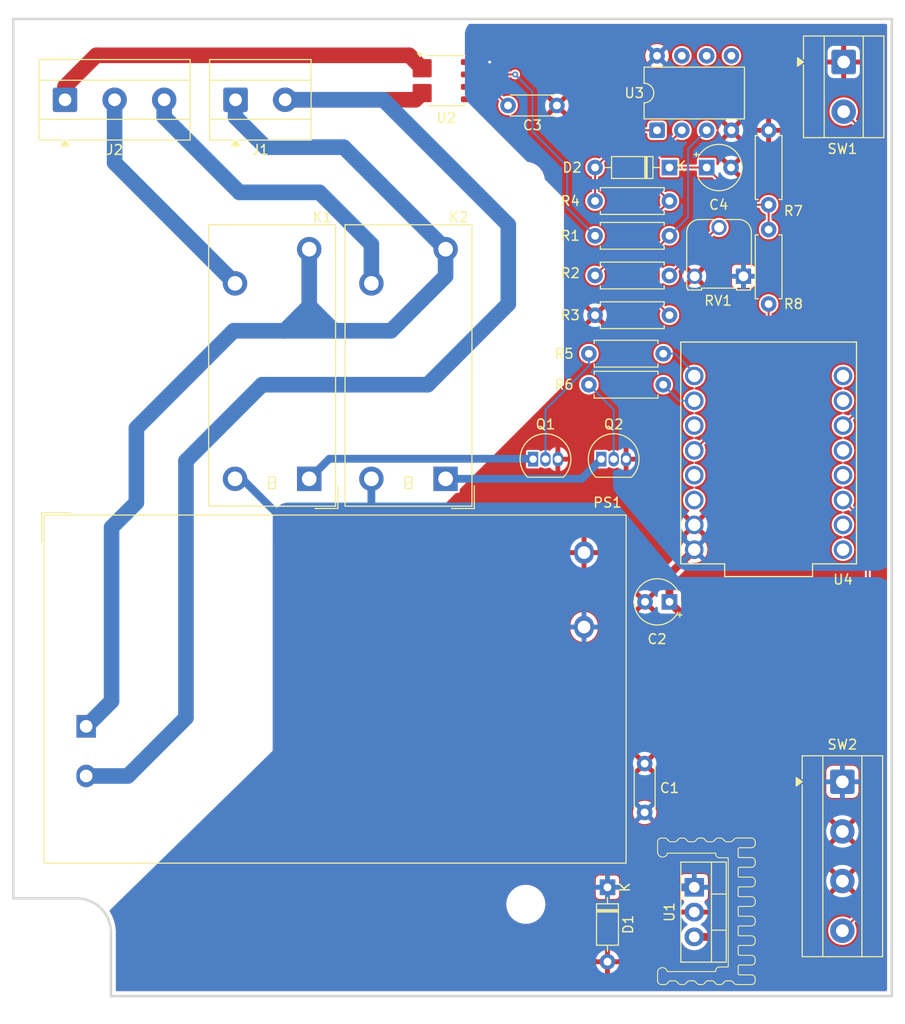
<source format=kicad_pcb>
(kicad_pcb (version 20241229) (generator "pcbnew") (generator_version "9.0")
  (layers (0 "F.Cu" signal) (2 "B.Cu" signal) (13 "F.Paste" user) (15 "B.Paste" user) (5 "F.SilkS" user "F.Silkscreen") (7 "B.SilkS" user "B.Silkscreen") (1 "F.Mask" user) (3 "B.Mask" user) (25 "Edge.Cuts" user))
  (net 0 "")
  (net 1 "GND")
  (net 2 "+12V")
  (net 3 "+5V")
  (net 4 "Net-(D2-K)")
  (net 5 "Net-(D2-A)")
  (net 6 "AC{slash}L")
  (net 7 "AC{slash}N")
  (net 8 "AC{slash}G1")
  (net 9 "Net-(Q1-C)")
  (net 10 "AC{slash}G2")
  (net 11 "Net-(Q2-C)")
  (net 12 "Net-(Q1-B)")
  (net 13 "Net-(Q2-B)")
  (net 14 "Net-(U2-VIOUT)")
  (net 15 "Net-(U3A-+)")
  (net 16 "Net-(R2-Pad2)")
  (net 17 "Net-(U3A--)")
  (net 18 "Net-(U4-GPIO1)")
  (net 19 "Net-(U4-GPIO0)")
  (net 20 "Net-(U2-FILTER)")
  (net 22 "Net-(U4-GPIO10)")
  (net 24 "Net-(U4-GPIO3)")
  (net 29 "Net-(SW2-2)")
  (footprint "Resistor_THT:R_Axial_DIN0207_L6.3mm_D2.5mm_P7.62mm_Horizontal" (layer "F.Cu") (at 115 80.645)
    (property "Reference" "R5" (at -2.54 0 0) (layer "F.SilkS"))
    (property "Value" "10k")
    (pad "1" thru_hole circle (at 0 0) (size 1.6 1.6) (drill 0.8) (layers "*.Cu" "*.Mask") (net 12 "Net-(Q1-B)"))
    (pad "2" thru_hole oval (at 7.62 0) (size 1.6 1.6) (drill 0.8) (layers "*.Cu" "*.Mask") (net 19 "Net-(U4-GPIO0)"))
  )
  (footprint "Package_DIP:DIP-8_W7.62mm" (layer "F.Cu") (at 121.985 57.78 90)
    (property "Reference" "U3" (at 3.81 -2.33 180) (layer "F.SilkS"))
    (property "Value" "LM358")
    (pad "1" thru_hole roundrect (at 0 0 90) (size 1.6 1.6) (drill 0.8) (layers "*.Cu" "*.Mask") (roundrect_rratio 0.15625) (net 5 "Net-(D2-A)"))
    (pad "2" thru_hole circle (at 0 2.54 90) (size 1.6 1.6) (drill 0.8) (layers "*.Cu" "*.Mask") (net 17 "Net-(U3A--)"))
    (pad "3" thru_hole circle (at 0 5.08 90) (size 1.6 1.6) (drill 0.8) (layers "*.Cu" "*.Mask") (net 15 "Net-(U3A-+)"))
    (pad "4" thru_hole circle (at 0 7.62 90) (size 1.6 1.6) (drill 0.8) (layers "*.Cu" "*.Mask") (net 1 "GND"))
    (pad "5" thru_hole circle (at 7.62 7.62 90) (size 1.6 1.6) (drill 0.8) (layers "*.Cu" "*.Mask"))
    (pad "6" thru_hole circle (at 7.62 5.08 90) (size 1.6 1.6) (drill 0.8) (layers "*.Cu" "*.Mask"))
    (pad "7" thru_hole circle (at 7.62 2.54 90) (size 1.6 1.6) (drill 0.8) (layers "*.Cu" "*.Mask"))
    (pad "8" thru_hole circle (at 7.62 0 90) (size 1.6 1.6) (drill 0.8) (layers "*.Cu" "*.Mask") (net 3 "+5V"))
  )
  (footprint "TerminalBlock_MetzConnect:TerminalBlock_MetzConnect_Type101_RT01603HBWC_1x03_P5.08mm_Horizontal" (layer "F.Cu") (at 61.335 54.6625)
    (property "Reference" "J2" (at 5.08 5.1225 0) (layer "F.SilkS"))
    (property "Value" "Gate")
    (pad "1" thru_hole roundrect (at 0 0) (size 2.5 2.5) (drill 1.3) (layers "*.Cu" "*.Mask") (roundrect_rratio 0.1) (net 7 "AC{slash}N"))
    (pad "2" thru_hole circle (at 5.08 0) (size 2.5 2.5) (drill 1.3) (layers "*.Cu" "*.Mask") (net 8 "AC{slash}G1"))
    (pad "3" thru_hole circle (at 10.16 0) (size 2.5 2.5) (drill 1.3) (layers "*.Cu" "*.Mask") (net 10 "AC{slash}G2"))
  )
  (footprint "Resistor_THT:R_Axial_DIN0207_L6.3mm_D2.5mm_P7.62mm_Horizontal" (layer "F.Cu") (at 115.635 68.58)
    (property "Reference" "R1" (at -2.54 0 0) (layer "F.SilkS"))
    (property "Value" "10k")
    (pad "1" thru_hole circle (at 0 0) (size 1.6 1.6) (drill 0.8) (layers "*.Cu" "*.Mask") (net 14 "Net-(U2-VIOUT)"))
    (pad "2" thru_hole oval (at 7.62 0) (size 1.6 1.6) (drill 0.8) (layers "*.Cu" "*.Mask") (net 15 "Net-(U3A-+)"))
  )
  (footprint "MountingHole:MountingHole_3.5mm" (layer "F.Cu") (at 108.54 137)
    (property "Reference" "H3" (hide yes))
    (property "Value" "MountingHole" (hide yes))
    (pad "" np_thru_hole circle (at 0 0) (size 3.5 3.5) (drill 3.5) (layers "*.Cu" "*.Mask"))
  )
  (footprint "Capacitor_THT:CP_Radial_Tantal_D4.5mm_P2.50mm" (layer "F.Cu") (at 123.255 106.045 180)
    (property "Reference" "C2" (at 1.27 -3.81 180) (layer "F.SilkS"))
    (property "Value" "22µF")
    (pad "1" thru_hole rect (at 0 0 180) (size 1.6 1.6) (drill 0.8) (layers "*.Cu" "*.Mask") (net 3 "+5V"))
    (pad "2" thru_hole circle (at 2.5 0 180) (size 1.6 1.6) (drill 0.8) (layers "*.Cu" "*.Mask") (net 1 "GND"))
  )
  (footprint "Capacitor_THT:C_Disc_D4.3mm_W1.9mm_P5.00mm" (layer "F.Cu") (at 106.72 55.245)
    (property "Reference" "C3" (at 2.5 2.025 0) (layer "F.SilkS"))
    (property "Value" "1nF")
    (pad "1" thru_hole circle (at 0 0) (size 1.6 1.6) (drill 0.8) (layers "*.Cu" "*.Mask") (net 20 "Net-(U2-FILTER)"))
    (pad "2" thru_hole circle (at 5 0) (size 1.6 1.6) (drill 0.8) (layers "*.Cu" "*.Mask") (net 1 "GND"))
  )
  (footprint "TerminalBlock_MetzConnect:TerminalBlock_MetzConnect_Type101_RT01604HBWC_1x04_P5.08mm_Horizontal" (layer "F.Cu") (at 140.97 124.46 -90)
    (property "Reference" "SW2" (at -3.81 0 0) (layer "F.SilkS"))
    (property "Value" "Radio")
    (pad "1" thru_hole roundrect (at 0 0 270) (size 2.5 2.5) (drill 1.3) (layers "*.Cu" "*.Mask") (roundrect_rratio 0.1) (net 2 "+12V"))
    (pad "2" thru_hole circle (at 5.08 0 270) (size 2.5 2.5) (drill 1.3) (layers "*.Cu" "*.Mask") (net 1 "GND"))
    (pad "3" thru_hole circle (at 10.16 0 270) (size 2.5 2.5) (drill 1.3) (layers "*.Cu" "*.Mask") (net 1 "GND"))
    (pad "4" thru_hole circle (at 15.24 0 270) (size 2.5 2.5) (drill 1.3) (layers "*.Cu" "*.Mask") (net 29 "Net-(SW2-2)"))
  )
  (footprint "Package_TO_SOT_THT:TO-220-3_Vertical" (layer "F.Cu") (at 125.795 135.255 -90)
    (property "Reference" "U1" (at 2.54 2.54 90) (layer "F.SilkS"))
    (property "Value" "LM2940T-5.0/NOPB")
    (pad "1" thru_hole rect (at 0 0 270) (size 1.905 2) (drill 1.1) (layers "*.Cu" "*.Mask") (net 2 "+12V"))
    (pad "2" thru_hole oval (at 2.54 0 270) (size 1.905 2) (drill 1.1) (layers "*.Cu" "*.Mask") (net 1 "GND"))
    (pad "3" thru_hole oval (at 5.08 0 270) (size 1.905 2) (drill 1.1) (layers "*.Cu" "*.Mask") (net 3 "+5V"))
  )
  (footprint "Package_SO:SOIC-8_3.9x4.9mm_P1.27mm" (layer "F.Cu") (at 100.395 52.705)
    (property "Reference" "U2" (at 0 3.81 180) (layer "F.SilkS"))
    (property "Value" "ACS712xLCTR-05B")
    (pad "1" smd roundrect (at -2.475 -1.27) (size 1.95 1.87) (layers "F.Cu" "F.Mask" "F.Paste") (roundrect_rratio 0.08021390374) (net 7 "AC{slash}N") (clearance 0.6))
    (pad "4" smd roundrect (at -2.475 1.27) (size 1.95 1.87) (layers "F.Cu" "F.Mask" "F.Paste") (roundrect_rratio 0.08021390374) (net 7 "AC{slash}N") (clearance 0.6))
    (pad "5" smd roundrect (at 2.475 1.905) (size 1.95 0.6) (layers "F.Cu" "F.Mask" "F.Paste") (net 1 "GND"))
    (pad "6" smd roundrect (at 2.475 0.635) (size 1.95 0.6) (layers "F.Cu" "F.Mask" "F.Paste") (net 20 "Net-(U2-FILTER)"))
    (pad "7" smd roundrect (at 2.475 -0.635) (size 1.95 0.6) (layers "F.Cu" "F.Mask" "F.Paste") (net 14 "Net-(U2-VIOUT)"))
    (pad "8" smd roundrect (at 2.475 -1.905) (size 1.95 0.6) (layers "F.Cu" "F.Mask" "F.Paste") (net 3 "+5V"))
  )
  (footprint "TerminalBlock_MetzConnect:TerminalBlock_MetzConnect_Type101_RT01602HBWC_1x02_P5.08mm_Horizontal" (layer "F.Cu") (at 78.805 54.6625)
    (property "Reference" "J1" (at 2.54 5.1225 0) (layer "F.SilkS"))
    (property "Value" "AC L/N")
    (pad "1" thru_hole roundrect (at 0 0) (size 2.5 2.5) (drill 1.3) (layers "*.Cu" "*.Mask") (roundrect_rratio 0.1) (net 6 "AC{slash}L"))
    (pad "2" thru_hole circle (at 5.08 0) (size 2.5 2.5) (drill 1.3) (layers "*.Cu" "*.Mask") (net 7 "AC{slash}N"))
  )
  (footprint "Resistor_THT:R_Axial_DIN0207_L6.3mm_D2.5mm_P7.62mm_Horizontal" (layer "F.Cu") (at 115.635 76.708)
    (property "Reference" "R3" (at -2.54 0 0) (layer "F.SilkS"))
    (property "Value" "47k")
    (pad "1" thru_hole circle (at 0 0) (size 1.6 1.6) (drill 0.8) (layers "*.Cu" "*.Mask") (net 1 "GND"))
    (pad "2" thru_hole oval (at 7.62 0) (size 1.6 1.6) (drill 0.8) (layers "*.Cu" "*.Mask") (net 15 "Net-(U3A-+)"))
  )
  (footprint "Diode_THT:D_DO-35_SOD27_P7.62mm_Horizontal" (layer "F.Cu") (at 116.905 135.255 -90)
    (property "Reference" "D1" (at 3.81 -2.12 270) (layer "F.SilkS"))
    (property "Value" "1N4148")
    (fp_text user "K" (at 0 -1.8 270) (layer "F.SilkS"))
    (pad "1" thru_hole rect (at 0 0 270) (size 1.6 1.6) (drill 0.8) (layers "*.Cu" "*.Mask") (net 2 "+12V"))
    (pad "2" thru_hole oval (at 7.62 0 270) (size 1.6 1.6) (drill 0.8) (layers "*.Cu" "*.Mask") (net 1 "GND"))
  )
  (footprint "Package_TO_SOT_THT:TO-92_Inline" (layer "F.Cu") (at 116.27 91.44)
    (property "Reference" "Q2" (at 1.27 -3.56 0) (layer "F.SilkS"))
    (property "Value" "2N5551")
    (pad "1" thru_hole rect (at 0 0) (size 1.05 1.5) (drill 0.75) (layers "*.Cu" "*.Mask") (net 11 "Net-(Q2-C)"))
    (pad "2" thru_hole oval (at 1.27 0) (size 1.05 1.5) (drill 0.75) (layers "*.Cu" "*.Mask") (net 13 "Net-(Q2-B)"))
    (pad "3" thru_hole oval (at 2.54 0) (size 1.05 1.5) (drill 0.75) (layers "*.Cu" "*.Mask") (net 1 "GND"))
  )
  (footprint "Relay_THT:Relay_SPST_Panasonic_JW1_FormA" (layer "F.Cu") (at 86.3525 93.4525 90)
    (property "Reference" "K1" (at 26.7775 1.3425 180) (layer "F.SilkS"))
    (property "Value" "Relay_SPST-NC")
    (pad "1" thru_hole rect (at 0 0 180) (size 2.5 2.5) (drill 1.5) (layers "*.Cu" "*.Mask") (net 9 "Net-(Q1-C)"))
    (pad "4" thru_hole oval (at 23.5 0 180) (size 2.5 2.5) (drill 1.5) (layers "*.Cu" "*.Mask") (net 6 "AC{slash}L"))
    (pad "6" thru_hole oval (at 20 -7.6 180) (size 2.5 2.5) (drill 1.5) (layers "*.Cu" "*.Mask") (net 8 "AC{slash}G1"))
    (pad "8" thru_hole oval (at 0 -7.6 180) (size 2.5 2.5) (drill 1.5) (layers "*.Cu" "*.Mask") (net 2 "+12V"))
  )
  (footprint "ESP32-C3_SUPERMINI:MODULE_ESP32-C3_SUPERMINI_TH" (layer "F.Cu") (at 133.415 90.805 180)
    (property "Reference" "U4" (at -7.62 -12.96 180) (layer "F.SilkS"))
    (property "Value" "ESP32-C3_SUPERMINI_TH")
    (pad "0" thru_hole circle (at 7.62 7.88 180) (size 1.905 1.905) (drill 1.27) (layers "*.Cu" "*.Mask") (net 19 "Net-(U4-GPIO0)"))
    (pad "1" thru_hole circle (at 7.62 5.34 180) (size 1.905 1.905) (drill 1.27) (layers "*.Cu" "*.Mask") (net 18 "Net-(U4-GPIO1)"))
    (pad "2" thru_hole circle (at 7.62 2.8 180) (size 1.905 1.905) (drill 1.27) (layers "*.Cu" "*.Mask"))
    (pad "3" thru_hole circle (at 7.62 0.26 180) (size 1.905 1.905) (drill 1.27) (layers "*.Cu" "*.Mask") (net 24 "Net-(U4-GPIO3)"))
    (pad "3.3" thru_hole circle (at 7.62 -4.82 180) (size 1.905 1.905) (drill 1.27) (layers "*.Cu" "*.Mask"))
    (pad "4" thru_hole circle (at 7.62 -2.28 180) (size 1.905 1.905) (drill 1.27) (layers "*.Cu" "*.Mask"))
    (pad "5" thru_hole circle (at -7.62 -9.9 180) (size 1.905 1.905) (drill 1.27) (layers "*.Cu" "*.Mask"))
    (pad "5V" thru_hole circle (at 7.62 -9.9 180) (size 1.905 1.905) (drill 1.27) (layers "*.Cu" "*.Mask") (net 3 "+5V"))
    (pad "6" thru_hole circle (at -7.62 -7.36 180) (size 1.905 1.905) (drill 1.27) (layers "*.Cu" "*.Mask"))
    (pad "7" thru_hole circle (at -7.62 -4.82 180) (size 1.905 1.905) (drill 1.27) (layers "*.Cu" "*.Mask") (net 29 "Net-(SW2-2)"))
    (pad "8" thru_hole circle (at -7.62 -2.28 180) (size 1.905 1.905) (drill 1.27) (layers "*.Cu" "*.Mask"))
    (pad "9" thru_hole circle (at -7.62 0.26 180) (size 1.905 1.905) (drill 1.27) (layers "*.Cu" "*.Mask"))
    (pad "10" thru_hole circle (at -7.62 2.8 180) (size 1.905 1.905) (drill 1.27) (layers "*.Cu" "*.Mask") (net 22 "Net-(U4-GPIO10)"))
    (pad "20" thru_hole circle (at -7.62 5.34 180) (size 1.905 1.905) (drill 1.27) (layers "*.Cu" "*.Mask"))
    (pad "21" thru_hole circle (at -7.62 7.88 180) (size 1.905 1.905) (drill 1.27) (layers "*.Cu" "*.Mask"))
    (pad "G" thru_hole circle (at 7.62 -7.36 180) (size 1.905 1.905) (drill 1.27) (layers "*.Cu" "*.Mask") (net 1 "GND"))
  )
  (footprint "Package_TO_SOT_THT:TO-92_Inline" (layer "F.Cu") (at 109.285 91.44)
    (property "Reference" "Q1" (at 1.27 -3.56 0) (layer "F.SilkS"))
    (property "Value" "2N5551")
    (pad "1" thru_hole rect (at 0 0) (size 1.05 1.5) (drill 0.75) (layers "*.Cu" "*.Mask") (net 9 "Net-(Q1-C)"))
    (pad "2" thru_hole oval (at 1.27 0) (size 1.05 1.5) (drill 0.75) (layers "*.Cu" "*.Mask") (net 12 "Net-(Q1-B)"))
    (pad "3" thru_hole oval (at 2.54 0) (size 1.05 1.5) (drill 0.75) (layers "*.Cu" "*.Mask") (net 1 "GND"))
  )
  (footprint "Potentiometer_THT:Potentiometer_Runtron_RM-065_Vertical" (layer "F.Cu") (at 130.835 72.725 180)
    (property "Reference" "RV1" (at 2.6 -2.5 0) (layer "F.SilkS"))
    (property "Value" "R_Potentiometer")
    (pad "1" thru_hole rect (at 0 0 180) (size 1.56 1.56) (drill 1) (layers "*.Cu" "*.Mask") (net 3 "+5V"))
    (pad "2" thru_hole circle (at 2.5 5 180) (size 1.56 1.56) (drill 1) (layers "*.Cu" "*.Mask") (net 16 "Net-(R2-Pad2)"))
    (pad "3" thru_hole circle (at 5 0 180) (size 1.56 1.56) (drill 1) (layers "*.Cu" "*.Mask") (net 1 "GND"))
  )
  (footprint "MountingHole:MountingHole_3.5mm" (layer "F.Cu") (at 63.5 90)
    (property "Reference" "H2" (hide yes))
    (property "Value" "MountingHole" (hide yes))
    (pad "" np_thru_hole circle (at 0 0) (size 3.5 3.5) (drill 3.5) (layers "*.Cu" "*.Mask"))
  )
  (footprint "Capacitor_THT:CP_Radial_Tantal_D4.5mm_P2.50mm" (layer "F.Cu") (at 127.065 61.595)
    (property "Reference" "C4" (at 1.23 3.81 0) (layer "F.SilkS"))
    (property "Value" "100nF")
    (pad "1" thru_hole rect (at 0 0) (size 1.6 1.6) (drill 0.8) (layers "*.Cu" "*.Mask") (net 4 "Net-(D2-K)"))
    (pad "2" thru_hole circle (at 2.5 0) (size 1.6 1.6) (drill 0.8) (layers "*.Cu" "*.Mask") (net 1 "GND"))
  )
  (footprint "Resistor_THT:R_Axial_DIN0207_L6.3mm_D2.5mm_P7.62mm_Horizontal" (layer "F.Cu") (at 115.635 72.644)
    (property "Reference" "R2" (at -2.54 -0.24 0) (layer "F.SilkS"))
    (property "Value" "10k")
    (pad "1" thru_hole circle (at 0 0) (size 1.6 1.6) (drill 0.8) (layers "*.Cu" "*.Mask") (net 17 "Net-(U3A--)"))
    (pad "2" thru_hole oval (at 7.62 0) (size 1.6 1.6) (drill 0.8) (layers "*.Cu" "*.Mask") (net 16 "Net-(R2-Pad2)"))
  )
  (footprint "Resistor_THT:R_Axial_DIN0207_L6.3mm_D2.5mm_P7.62mm_Horizontal" (layer "F.Cu") (at 133.415 75.565 90)
    (property "Reference" "R8" (at 0 2.54 180) (layer "F.SilkS"))
    (property "Value" "5k6")
    (pad "1" thru_hole circle (at 0 0 90) (size 1.6 1.6) (drill 0.8) (layers "*.Cu" "*.Mask") (net 24 "Net-(U4-GPIO3)"))
    (pad "2" thru_hole oval (at 7.62 0 90) (size 1.6 1.6) (drill 0.8) (layers "*.Cu" "*.Mask") (net 4 "Net-(D2-K)"))
  )
  (footprint "Resistor_THT:R_Axial_DIN0207_L6.3mm_D2.5mm_P7.62mm_Horizontal" (layer "F.Cu") (at 115 83.82)
    (property "Reference" "R6" (at -2.54 0 0) (layer "F.SilkS"))
    (property "Value" "10k")
    (pad "1" thru_hole circle (at 0 0) (size 1.6 1.6) (drill 0.8) (layers "*.Cu" "*.Mask") (net 13 "Net-(Q2-B)"))
    (pad "2" thru_hole oval (at 7.62 0) (size 1.6 1.6) (drill 0.8) (layers "*.Cu" "*.Mask") (net 18 "Net-(U4-GPIO1)"))
  )
  (footprint "MountingHole:MountingHole_3.5mm" (layer "F.Cu") (at 108.5 63)
    (property "Reference" "H1" (hide yes))
    (property "Value" "MountingHole" (hide yes))
    (pad "" np_thru_hole circle (at 0 0) (size 3.5 3.5) (drill 3.5) (layers "*.Cu" "*.Mask"))
  )
  (footprint "Converter_ACDC:Converter_ACDC_Hi-Link_HLK-30Mxx" (layer "F.Cu") (at 63.5025 118.7825)
    (property "Reference" "PS1" (at 53.4025 -22.8975 180) (layer "F.SilkS"))
    (property "Value" "HLK-30M12C")
    (pad "1" thru_hole rect (at 0 0) (size 2 2.3) (drill 1.3) (layers "*.Cu" "*.Mask") (net 6 "AC{slash}L"))
    (pad "2" thru_hole oval (at 0 5.08) (size 2 2.3) (drill 1.3) (layers "*.Cu" "*.Mask") (net 7 "AC{slash}N"))
    (pad "3" thru_hole oval (at 51 -17.78) (size 2 2.3) (drill 1.3) (layers "*.Cu" "*.Mask") (net 1 "GND"))
    (pad "6" thru_hole oval (at 51 -10.16) (size 2 2.3) (drill 1.3) (layers "*.Cu" "*.Mask") (net 2 "+12V"))
  )
  (footprint "Resistor_THT:R_Axial_DIN0207_L6.3mm_D2.5mm_P7.62mm_Horizontal" (layer "F.Cu") (at 133.415 65.405 90)
    (property "Reference" "R7" (at -0.635 2.54 180) (layer "F.SilkS"))
    (property "Value" "4k7")
    (pad "1" thru_hole circle (at 0 0 90) (size 1.6 1.6) (drill 0.8) (layers "*.Cu" "*.Mask") (net 4 "Net-(D2-K)"))
    (pad "2" thru_hole oval (at 7.62 0 90) (size 1.6 1.6) (drill 0.8) (layers "*.Cu" "*.Mask") (net 1 "GND"))
  )
  (footprint "Custom:Heatsink_T8WC_TO-220" (layer "F.Cu") (at 129.095 137.655 -90)
    (property "Reference" "HS1" (hide yes))
    (property "Value" "Heatsink")
  )
  (footprint "Diode_THT:D_DO-35_SOD27_P7.62mm_Horizontal" (layer "F.Cu") (at 123.255 61.595 180)
    (property "Reference" "D2" (at 9.971 0 180) (layer "F.SilkS"))
    (property "Value" "1N4148")
    (fp_text user "K" (at -1.205 0.127 180) (layer "F.SilkS"))
    (pad "1" thru_hole rect (at 0 0 180) (size 1.6 1.6) (drill 0.8) (layers "*.Cu" "*.Mask") (net 4 "Net-(D2-K)"))
    (pad "2" thru_hole oval (at 7.62 0 180) (size 1.6 1.6) (drill 0.8) (layers "*.Cu" "*.Mask") (net 5 "Net-(D2-A)"))
  )
  (footprint "TerminalBlock_MetzConnect:TerminalBlock_MetzConnect_Type101_RT01602HBWC_1x02_P5.08mm_Horizontal" (layer "F.Cu") (at 141.1025 50.795 -90)
    (property "Reference" "SW1" (at 8.895 0.1325 0) (layer "F.SilkS"))
    (property "Value" "Button")
    (pad "1" thru_hole roundrect (at 0 0 270) (size 2.5 2.5) (drill 1.3) (layers "*.Cu" "*.Mask") (roundrect_rratio 0.1) (net 1 "GND"))
    (pad "2" thru_hole circle (at 5.08 0 270) (size 2.5 2.5) (drill 1.3) (layers "*.Cu" "*.Mask") (net 22 "Net-(U4-GPIO10)"))
  )
  (footprint "Capacitor_THT:C_Disc_D4.3mm_W1.9mm_P5.00mm" (layer "F.Cu") (at 120.715 127.595 90)
    (property "Reference" "C1" (at 2.5 2.54 180) (layer "F.SilkS"))
    (property "Value" "470nF")
    (pad "1" thru_hole circle (at 0 0 90) (size 1.6 1.6) (drill 0.8) (layers "*.Cu" "*.Mask") (net 2 "+12V"))
    (pad "2" thru_hole circle (at 5 0 90) (size 1.6 1.6) (drill 0.8) (layers "*.Cu" "*.Mask") (net 1 "GND"))
  )
  (footprint "Resistor_THT:R_Axial_DIN0207_L6.3mm_D2.5mm_P7.62mm_Horizontal" (layer "F.Cu") (at 115.635 65.024)
    (property "Reference" "R4" (at -2.54 0 0) (layer "F.SilkS"))
    (property "Value" "47k")
    (pad "1" thru_hole circle (at 0 0) (size 1.6 1.6) (drill 0.8) (layers "*.Cu" "*.Mask") (net 5 "Net-(D2-A)"))
    (pad "2" thru_hole oval (at 7.62 0) (size 1.6 1.6) (drill 0.8) (layers "*.Cu" "*.Mask") (net 17 "Net-(U3A--)"))
  )
  (footprint "Relay_THT:Relay_SPST_Panasonic_JW1_FormA" (layer "F.Cu") (at 100.3225 93.4525 90)
    (property "Reference" "K2" (at 26.7775 1.3425 180) (layer "F.SilkS"))
    (property "Value" "Relay_SPST-NC")
    (pad "1" thru_hole rect (at 0 0 180) (size 2.5 2.5) (drill 1.5) (layers "*.Cu" "*.Mask") (net 11 "Net-(Q2-C)"))
    (pad "4" thru_hole oval (at 23.5 0 180) (size 2.5 2.5) (drill 1.5) (layers "*.Cu" "*.Mask") (net 6 "AC{slash}L"))
    (pad "6" thru_hole oval (at 20 -7.6 180) (size 2.5 2.5) (drill 1.5) (layers "*.Cu" "*.Mask") (net 10 "AC{slash}G2"))
    (pad "8" thru_hole oval (at 0 -7.6 180) (size 2.5 2.5) (drill 1.5) (layers "*.Cu" "*.Mask") (net 2 "+12V"))
  )
  (gr_line (start 66.04 146.39) (end 146.04 146.39) (stroke (width 0.25)) (layer "Edge.Cuts"))
  (gr_line (start 66.04 146.39) (end 66.04 139.89) (stroke (width 0.25)) (layer "Edge.Cuts"))
  (gr_line (start 56.04 46.39) (end 56.04 136.39) (stroke (width 0.25)) (layer "Edge.Cuts"))
  (gr_arc (start 62.54 136.39) (mid 65.014874 137.415126) (end 66.04 139.89) (stroke (width 0.25)) (layer "Edge.Cuts"))
  (gr_line (start 62.54 136.39) (end 56.04 136.39) (stroke (width 0.25)) (layer "Edge.Cuts"))
  (gr_line (start 146.04 46.39) (end 56.04 46.39) (stroke (width 0.25)) (layer "Edge.Cuts"))
  (gr_line (start 146.04 146.39) (end 146.04 46.39) (stroke (width 0.25)) (layer "Edge.Cuts"))
  (segment (start 133.375 57.785) (end 133.415 57.785) (width 0.2) (layer "F.Cu") (net 1))
  (segment (start 129.605 61.595) (end 129.565 61.595) (width 0.2) (layer "B.Cu") (net 1))
  (segment (start 129.565 61.595) (end 129.554 61.606) (width 0.2) (layer "B.Cu") (net 1))
  (segment (start 125.795 135.255) (end 124.525 135.255) (width 0.8) (layer "B.Cu") (net 2))
  (segment (start 92.7225 97.1025) (end 92.7225 93.4525) (width 0.8) (layer "B.Cu") (net 2))
  (segment (start 83.1325 97.1025) (end 79.4825 93.4525) (width 0.8) (layer "B.Cu") (net 2))
  (segment (start 79.4825 93.4525) (end 78.7525 93.4525) (width 0.8) (layer "B.Cu") (net 2))
  (segment (start 132.08 114.87) (end 123.255 106.045) (width 0.8) (layer "F.Cu") (net 3))
  (segment (start 125.795 140.335) (end 128.905 140.335) (width 0.8) (layer "F.Cu") (net 3))
  (segment (start 132.08 137.16) (end 132.08 114.87) (width 0.8) (layer "F.Cu") (net 3))
  (segment (start 104.84 50.8) (end 102.87 50.8) (width 0.6) (layer "F.Cu") (net 3))
  (segment (start 123.255 106.045) (end 123.255 103.245) (width 0.8) (layer "F.Cu") (net 3))
  (segment (start 128.905 140.335) (end 132.08 137.16) (width 0.8) (layer "F.Cu") (net 3))
  (segment (start 123.255 103.245) (end 125.795 100.705) (width 0.8) (layer "F.Cu") (net 3))
  (via (at 104.84 50.8) (size 0.6) (drill 0.3) (layers "F.Cu" "B.Cu") (net 3))
  (segment (start 130.835 72.725) (end 130.835 72.43) (width 0.8) (layer "B.Cu") (net 3))
  (segment (start 133.415 65.405) (end 133.415 67.945) (width 0.2) (layer "F.Cu") (net 4))
  (segment (start 130.875 65.405) (end 133.415 65.405) (width 0.2) (layer "F.Cu") (net 4))
  (segment (start 123.255 61.595) (end 127.065 61.595) (width 0.2) (layer "F.Cu") (net 4))
  (segment (start 127.065 61.595) (end 130.875 65.405) (width 0.2) (layer "F.Cu") (net 4))
  (segment (start 121.985 57.78) (end 119.45 57.78) (width 0.2) (layer "F.Cu") (net 5))
  (segment (start 115.635 61.595) (end 115.635 65.024) (width 0.2) (layer "F.Cu") (net 5))
  (segment (start 119.45 57.78) (end 115.635 61.595) (width 0.2) (layer "F.Cu") (net 5))
  (segment (start 90.71315 78.3035) (end 94.73185 78.3035) (width 1.6) (layer "B.Cu") (net 6))
  (segment (start 88.9 78.3035) (end 90.71315 78.3035) (width 1.6) (layer "B.Cu") (net 6))
  (segment (start 78.6065 78.3035) (end 83.82 78.3035) (width 1.6) (layer "B.Cu") (net 6))
  (segment (start 86.3525 75.771) (end 83.82 78.3035) (width 1.6) (layer "B.Cu") (net 6))
  (segment (start 81.87565 59.5135) (end 78.805 56.44285) (width 1.6) (layer "B.Cu") (net 6))
  (segment (start 78.805 56.44285) (end 78.805 54.6625) (width 1.6) (layer "B.Cu") (net 6))
  (segment (start 86.3525 69.9525) (end 86.3525 75.756) (width 1.6) (layer "B.Cu") (net 6))
  (segment (start 68.645 88.265) (end 78.6065 78.3035) (width 1.6) (layer "B.Cu") (net 6))
  (segment (start 68.645 95.885) (end 68.645 88.265) (width 1.6) (layer "B.Cu") (net 6))
  (segment (start 66.105 98.425) (end 68.645 95.885) (width 1.6) (layer "B.Cu") (net 6))
  (segment (start 89.8835 59.5135) (end 81.87565 59.5135) (width 1.6) (layer "B.Cu") (net 6))
  (segment (start 63.5025 118.7825) (end 63.5275 118.7825) (width 1.6) (layer "B.Cu") (net 6))
  (segment (start 86.3525 75.756) (end 88.9 78.3035) (width 1.6) (layer "B.Cu") (net 6))
  (segment (start 100.3225 72.71285) (end 100.3225 69.9525) (width 1.6) (layer "B.Cu") (net 6))
  (segment (start 100.3225 69.9525) (end 89.8835 59.5135) (width 1.6) (layer "B.Cu") (net 6))
  (segment (start 66.105 116.205) (end 66.105 98.425) (width 1.6) (layer "B.Cu") (net 6))
  (segment (start 86.3525 75.756) (end 86.3525 75.771) (width 1.6) (layer "B.Cu") (net 6))
  (segment (start 63.5275 118.7825) (end 66.105 116.205) (width 1.6) (layer "B.Cu") (net 6))
  (segment (start 94.73185 78.3035) (end 100.3225 72.71285) (width 1.6) (layer "B.Cu") (net 6))
  (segment (start 83.82 78.3035) (end 88.9 78.3035) (width 1.6) (layer "B.Cu") (net 6))
  (segment (start 97.2325 54.6625) (end 97.92 53.975) (width 1.6) (layer "F.Cu") (net 7))
  (segment (start 83.885 54.6625) (end 97.2325 54.6625) (width 1.6) (layer "F.Cu") (net 7))
  (segment (start 96.5965 50.1115) (end 64.529914 50.1115) (width 1.6) (layer "F.Cu") (net 7))
  (segment (start 64.529914 50.1115) (end 61.335 53.306414) (width 1.6) (layer "F.Cu") (net 7))
  (segment (start 61.335 53.306414) (end 61.335 54.6625) (width 1.6) (layer "F.Cu") (net 7))
  (segment (start 97.92 51.435) (end 96.5965 50.1115) (width 1.6) (layer "F.Cu") (net 7))
  (segment (start 83.885 54.6625) (end 93.947675 54.6625) (width 1.6) (layer "B.Cu") (net 7))
  (segment (start 106.745 67.459825) (end 106.745 75.565) (width 1.6) (layer "B.Cu") (net 7))
  (segment (start 93.947675 54.6625) (end 106.745 67.459825) (width 1.6) (layer "B.Cu") (net 7))
  (segment (start 106.745 75.565) (end 98.49 83.82) (width 1.6) (layer "B.Cu") (net 7))
  (segment (start 73.725 117.912) (end 67.7745 123.8625) (width 1.6) (layer "B.Cu") (net 7))
  (segment (start 98.49 83.82) (end 81.52465 83.82) (width 1.6) (layer "B.Cu") (net 7))
  (segment (start 73.725 91.61965) (end 73.725 117.912) (width 1.6) (layer "B.Cu") (net 7))
  (segment (start 81.52465 83.82) (end 73.725 91.61965) (width 1.6) (layer "B.Cu") (net 7))
  (segment (start 67.7745 123.8625) (end 63.5025 123.8625) (width 1.6) (layer "B.Cu") (net 7))
  (segment (start 78.7525 73.4525) (end 66.415 61.115) (width 1.6) (layer "B.Cu") (net 8))
  (segment (start 66.415 61.115) (end 66.415 54.6625) (width 1.6) (layer "B.Cu") (net 8))
  (segment (start 88.4035 91.4015) (end 109.1905 91.4015) (width 0.8) (layer "B.Cu") (net 9))
  (segment (start 86.3525 93.4525) (end 88.4035 91.4015) (width 0.8) (layer "B.Cu") (net 9))
  (segment (start 109.1905 91.4015) (end 109.229 91.44) (width 0.8) (layer "B.Cu") (net 9))
  (segment (start 71.495 56.430266) (end 71.495 54.6625) (width 1.6) (layer "B.Cu") (net 10))
  (segment (start 87.39535 64.135) (end 79.199734 64.135) (width 1.6) (layer "B.Cu") (net 10))
  (segment (start 92.7225 69.46215) (end 87.39535 64.135) (width 1.6) (layer "B.Cu") (net 10))
  (segment (start 79.199734 64.135) (end 71.495 56.430266) (width 1.6) (layer "B.Cu") (net 10))
  (segment (start 92.7225 73.4525) (end 92.7225 69.46215) (width 1.6) (layer "B.Cu") (net 10))
  (segment (start 116.27 91.44) (end 114.2575 93.4525) (width 0.8) (layer "B.Cu") (net 11))
  (segment (start 114.2575 93.4525) (end 100.3225 93.4525) (width 0.8) (layer "B.Cu") (net 11))
  (segment (start 110.555 86.36) (end 110.555 91.44) (width 0.2) (layer "B.Cu") (net 12))
  (segment (start 115 80.645) (end 115 81.915) (width 0.2) (layer "B.Cu") (net 12))
  (segment (start 115 81.915) (end 110.555 86.36) (width 0.2) (layer "B.Cu") (net 12))
  (segment (start 117.54 86.36) (end 117.54 91.44) (width 0.2) (layer "B.Cu") (net 13))
  (segment (start 115 83.82) (end 117.54 86.36) (width 0.2) (layer "B.Cu") (net 13))
  (segment (start 102.87 52.07) (end 107.442 52.07) (width 0.2) (layer "F.Cu") (net 14))
  (segment (start 115.635 69.215) (end 115.697 69.215) (width 0.2) (layer "F.Cu") (net 14))
  (via (at 107.442 52.07) (size 0.6) (drill 0.3) (layers "F.Cu" "B.Cu") (net 14))
  (segment (start 112.776 65.721) (end 115.635 68.58) (width 0.2) (layer "B.Cu") (net 14))
  (segment (start 112.776 61.468) (end 112.776 65.721) (width 0.2) (layer "B.Cu") (net 14))
  (segment (start 109.22 57.912) (end 112.776 61.468) (width 0.2) (layer "B.Cu") (net 14))
  (segment (start 107.442 52.07) (end 109.22 53.848) (width 0.2) (layer "B.Cu") (net 14))
  (segment (start 109.22 53.848) (end 109.22 57.912) (width 0.2) (layer "B.Cu") (net 14))
  (segment (start 123.255 68.58) (end 122.154 69.681) (width 0.2) (layer "F.Cu") (net 15))
  (segment (start 122.154 69.681) (end 122.154 75.607) (width 0.2) (layer "F.Cu") (net 15))
  (segment (start 122.154 75.607) (end 123.255 76.708) (width 0.2) (layer "F.Cu") (net 15))
  (segment (start 127.065 57.78) (end 125.16 59.685) (width 0.2) (layer "B.Cu") (net 15))
  (segment (start 125.16 59.685) (end 125.16 66.675) (width 0.2) (layer "B.Cu") (net 15))
  (segment (start 125.16 66.675) (end 123.255 68.58) (width 0.2) (layer "B.Cu") (net 15))
  (segment (start 128.174 67.725) (end 128.335 67.725) (width 0.2) (layer "F.Cu") (net 16))
  (segment (start 123.255 72.644) (end 128.174 67.725) (width 0.2) (layer "F.Cu") (net 16))
  (segment (start 115.635 72.644) (end 123.255 65.024) (width 0.2) (layer "F.Cu") (net 17))
  (segment (start 124.525 57.78) (end 121.664 60.641) (width 0.2) (layer "F.Cu") (net 17))
  (segment (start 124.525 57.78) (end 124.268 57.78) (width 0.2) (layer "F.Cu") (net 17))
  (segment (start 121.664 60.641) (end 121.664 63.433) (width 0.2) (layer "F.Cu") (net 17))
  (segment (start 121.664 63.433) (end 123.255 65.024) (width 0.2) (layer "F.Cu") (net 17))
  (segment (start 124.265 85.465) (end 122.62 83.82) (width 0.2) (layer "B.Cu") (net 18))
  (segment (start 125.795 85.465) (end 124.265 85.465) (width 0.2) (layer "B.Cu") (net 18))
  (segment (start 126.055 82.925) (end 125.795 82.925) (width 0.2) (layer "F.Cu") (net 19))
  (segment (start 125.795 82.615) (end 125.795 82.925) (width 0.2) (layer "B.Cu") (net 19))
  (segment (start 122.62 80.645) (end 123.825 80.645) (width 0.2) (layer "B.Cu") (net 19))
  (segment (start 123.825 80.645) (end 125.795 82.615) (width 0.2) (layer "B.Cu") (net 19))
  (segment (start 104.815 53.34) (end 102.87 53.34) (width 0.2) (layer "F.Cu") (net 20))
  (segment (start 106.72 55.245) (end 104.815 53.34) (width 0.2) (layer "F.Cu") (net 20))
  (segment (start 141.035 88.005) (end 143.455 85.585) (width 0.2) (layer "F.Cu") (net 22))
  (segment (start 143.455 85.585) (end 143.455 58.2275) (width 0.2) (layer "F.Cu") (net 22))
  (segment (start 143.455 58.2275) (end 141.1025 55.875) (width 0.2) (layer "F.Cu") (net 22))
  (segment (start 133.415 82.925) (end 125.795 90.545) (width 0.2) (layer "F.Cu") (net 24))
  (segment (start 133.415 75.565) (end 133.415 82.925) (width 0.2) (layer "F.Cu") (net 24))
  (segment (start 141.035 139.635) (end 143.575 137.095) (width 0.2) (layer "F.Cu") (net 29))
  (segment (start 143.575 137.095) (end 143.575 98.552) (width 0.2) (layer "F.Cu") (net 29))
  (segment (start 141.035 95.625) (end 143.575 98.165) (width 0.2) (layer "F.Cu") (net 29))
  (segment (start 143.575 98.165) (end 143.575 98.552) (width 0.2) (layer "F.Cu") (net 29))
  (zone (net 1) (net_name "GND") (layer "F.Cu") (priority 1) (connect_pads thru_hole_only (clearance 0)) (min_thickness 0.25) (fill yes (thermal_gap 0.5) (thermal_bridge_width 0.5) (smoothing fillet) (radius 1.6))
    (polygon (pts (xy 102.3 54.61) (xy 112.46 64.77) (xy 112.46 83.82) (xy 97.855 98.425) (xy 82.615 98.425) (xy 82.615 121.285) (xy 62.295 141.605) (xy 62.295 149.225) (xy 146.835 149.225) (xy 147.385 44.45) (xy 102.3 44.965)))
  )
  (zone (net 3) (net_name "+5V") (layer "B.Cu") (priority 3) (connect_pads thru_hole_only (clearance 0)) (min_thickness 0.25) (fill yes (thermal_gap 0.5) (thermal_bridge_width 0.5) (smoothing fillet) (radius 1.6) (island_removal_mode 1) (island_area_min 10))
    (polygon (pts (xy 102.3 44.965) (xy 102.3 54.61) (xy 112.46 64.77) (xy 112.46 83.82) (xy 114.935 83.82) (xy 117.475 86.36) (xy 117.475 94.615) (xy 124.525 102.87) (xy 146.75 102.87) (xy 146.75 44.45)))
  )
  (zone (net 6) (net_name "AC{slash}L") (layer "B.Cu") (connect_pads yes (clearance 0)) (min_thickness 0.25) (fill yes (thermal_gap 0.5) (thermal_bridge_width 0.5) (smoothing fillet) (radius 0.4))
    (polygon (pts (xy 86.36 76.2) (xy 83.82 78.74) (xy 88.9 78.74)))
  )
  (zone (net 2) (net_name "+12V") (layer "B.Cu") (priority 2) (connect_pads thru_hole_only (clearance 0)) (min_thickness 0.25) (fill yes (thermal_gap 0.5) (thermal_bridge_width 0.5) (smoothing fillet) (radius 1.6) (island_removal_mode 1) (island_area_min 10))
    (polygon (pts (xy 124.207493 103.505) (xy 117.857493 95.885) (xy 82.615 95.885) (xy 82.615 121.285) (xy 54.675 148.59) (xy 146.75 147.955) (xy 147.385 103.505)))
  )
)
</source>
